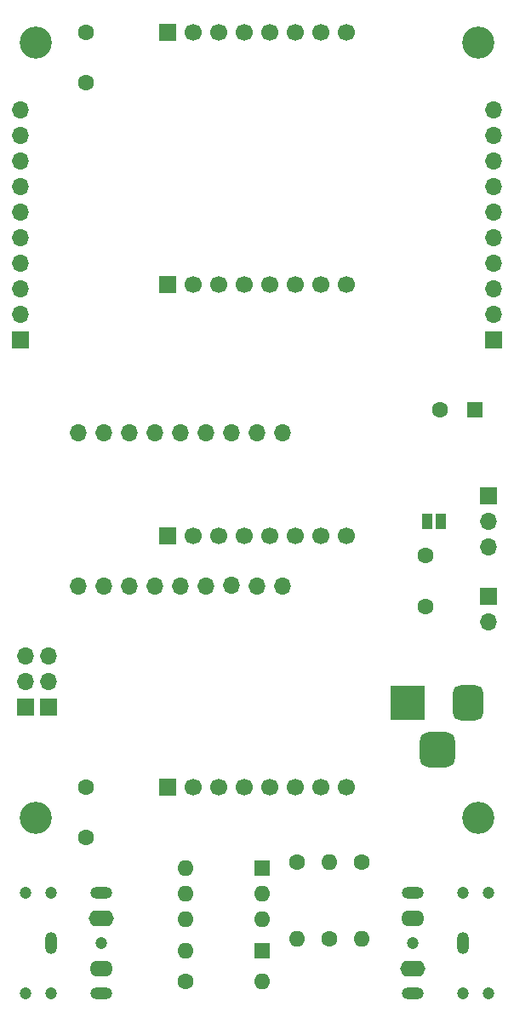
<source format=gbr>
%TF.GenerationSoftware,KiCad,Pcbnew,8.0.7*%
%TF.CreationDate,2025-07-29T21:18:19+01:00*%
%TF.ProjectId,ListeningPostDisplay,4c697374-656e-4696-9e67-506f73744469,rev?*%
%TF.SameCoordinates,Original*%
%TF.FileFunction,Soldermask,Bot*%
%TF.FilePolarity,Negative*%
%FSLAX46Y46*%
G04 Gerber Fmt 4.6, Leading zero omitted, Abs format (unit mm)*
G04 Created by KiCad (PCBNEW 8.0.7) date 2025-07-29 21:18:19*
%MOMM*%
%LPD*%
G01*
G04 APERTURE LIST*
G04 Aperture macros list*
%AMRoundRect*
0 Rectangle with rounded corners*
0 $1 Rounding radius*
0 $2 $3 $4 $5 $6 $7 $8 $9 X,Y pos of 4 corners*
0 Add a 4 corners polygon primitive as box body*
4,1,4,$2,$3,$4,$5,$6,$7,$8,$9,$2,$3,0*
0 Add four circle primitives for the rounded corners*
1,1,$1+$1,$2,$3*
1,1,$1+$1,$4,$5*
1,1,$1+$1,$6,$7*
1,1,$1+$1,$8,$9*
0 Add four rect primitives between the rounded corners*
20,1,$1+$1,$2,$3,$4,$5,0*
20,1,$1+$1,$4,$5,$6,$7,0*
20,1,$1+$1,$6,$7,$8,$9,0*
20,1,$1+$1,$8,$9,$2,$3,0*%
G04 Aperture macros list end*
%ADD10R,1.000000X1.500000*%
%ADD11R,1.700000X1.700000*%
%ADD12O,1.700000X1.700000*%
%ADD13R,3.500000X3.500000*%
%ADD14RoundRect,0.750000X0.750000X1.000000X-0.750000X1.000000X-0.750000X-1.000000X0.750000X-1.000000X0*%
%ADD15RoundRect,0.875000X0.875000X0.875000X-0.875000X0.875000X-0.875000X-0.875000X0.875000X-0.875000X0*%
%ADD16C,1.600000*%
%ADD17R,1.600000X1.600000*%
%ADD18C,1.700000*%
%ADD19C,3.200000*%
%ADD20O,1.600000X1.600000*%
%ADD21C,1.200000*%
%ADD22O,2.200000X1.200000*%
%ADD23O,2.300000X1.600000*%
%ADD24O,1.200000X2.200000*%
%ADD25O,2.500000X1.600000*%
G04 APERTURE END LIST*
D10*
%TO.C,J7*%
X91950000Y-100550000D03*
X93250000Y-100550000D03*
%TD*%
D11*
%TO.C,J5*%
X98000000Y-98000000D03*
D12*
X98000000Y-100540000D03*
X98000000Y-103080000D03*
%TD*%
D11*
%TO.C,J4*%
X98000000Y-108000000D03*
D12*
X98000000Y-110540000D03*
%TD*%
D13*
%TO.C,J3*%
X89975000Y-118575000D03*
D14*
X95975000Y-118575000D03*
D15*
X92975000Y-123275000D03*
%TD*%
D16*
%TO.C,C4*%
X91800000Y-104000000D03*
X91800000Y-109000000D03*
%TD*%
D17*
%TO.C,C3*%
X96700000Y-89500000D03*
D16*
X93200000Y-89500000D03*
%TD*%
D11*
%TO.C,U2*%
X66110000Y-77000000D03*
D18*
X68650000Y-77000000D03*
X71190000Y-77000000D03*
X73730000Y-77000000D03*
X76270000Y-77000000D03*
X78810000Y-77000000D03*
X81350000Y-77000000D03*
X83890000Y-77000000D03*
%TD*%
D11*
%TO.C,U4*%
X66110000Y-127000000D03*
D18*
X68650000Y-127000000D03*
X71190000Y-127000000D03*
X73730000Y-127000000D03*
X76270000Y-127000000D03*
X78810000Y-127000000D03*
X81350000Y-127000000D03*
X83890000Y-127000000D03*
%TD*%
D11*
%TO.C,U3*%
X66110000Y-102000000D03*
D18*
X68650000Y-102000000D03*
X71190000Y-102000000D03*
X73730000Y-102000000D03*
X76270000Y-102000000D03*
X78810000Y-102000000D03*
X81350000Y-102000000D03*
X83890000Y-102000000D03*
%TD*%
D11*
%TO.C,U1*%
X66110000Y-52000000D03*
D18*
X68650000Y-52000000D03*
X71190000Y-52000000D03*
X73730000Y-52000000D03*
X76270000Y-52000000D03*
X78810000Y-52000000D03*
X81350000Y-52000000D03*
X83890000Y-52000000D03*
%TD*%
D19*
%TO.C,H2*%
X97000000Y-53000000D03*
%TD*%
%TO.C,H4*%
X97000000Y-130000000D03*
%TD*%
%TO.C,H3*%
X53000000Y-130000000D03*
%TD*%
%TO.C,H1*%
X53000000Y-53000000D03*
%TD*%
D11*
%TO.C,J6*%
X52000000Y-119000000D03*
D12*
X52000000Y-116460000D03*
X52000000Y-113920000D03*
%TD*%
D16*
%TO.C,C8*%
X58000000Y-132000000D03*
X58000000Y-127000000D03*
%TD*%
%TO.C,R4*%
X79000000Y-134400000D03*
D20*
X79000000Y-142020000D03*
%TD*%
D11*
%TO.C,J10*%
X54250000Y-119000000D03*
D12*
X54250000Y-116460000D03*
X54250000Y-113920000D03*
%TD*%
D17*
%TO.C,D1*%
X75510000Y-143250000D03*
D20*
X67890000Y-143250000D03*
%TD*%
D16*
%TO.C,R3*%
X82200000Y-142020000D03*
D20*
X82200000Y-134400000D03*
%TD*%
D12*
%TO.C,U5*%
X57185000Y-91725000D03*
X59725000Y-91725000D03*
X62265000Y-91725000D03*
X64805000Y-91725000D03*
X67345000Y-91725000D03*
X69885000Y-91725000D03*
X72425000Y-91725000D03*
X74965000Y-91725000D03*
X77505000Y-91725000D03*
X77505000Y-106965000D03*
X74965000Y-106965000D03*
X72425000Y-106945000D03*
X69885000Y-106965000D03*
X67345000Y-106965000D03*
X64805000Y-106965000D03*
X62265000Y-106965000D03*
X59725000Y-106965000D03*
X57185000Y-106965000D03*
%TD*%
D11*
%TO.C,J1*%
X51500000Y-82540000D03*
D12*
X51500000Y-80000000D03*
X51500000Y-77460000D03*
X51500000Y-74920000D03*
X51500000Y-72380000D03*
X51500000Y-69840000D03*
X51500000Y-67300000D03*
X51500000Y-64760000D03*
X51500000Y-62220000D03*
X51500000Y-59680000D03*
%TD*%
D16*
%TO.C,C5*%
X58000000Y-57000000D03*
X58000000Y-52000000D03*
%TD*%
D11*
%TO.C,J2*%
X98500000Y-82540000D03*
D12*
X98500000Y-80000000D03*
X98500000Y-77460000D03*
X98500000Y-74920000D03*
X98500000Y-72380000D03*
X98500000Y-69840000D03*
X98500000Y-67300000D03*
X98500000Y-64760000D03*
X98500000Y-62220000D03*
X98500000Y-59680000D03*
%TD*%
D16*
%TO.C,R2*%
X85400000Y-134400000D03*
D20*
X85400000Y-142020000D03*
%TD*%
D16*
%TO.C,R1*%
X67915000Y-146300000D03*
D20*
X75535000Y-146300000D03*
%TD*%
D21*
%TO.C,J9*%
X98000000Y-137500000D03*
X95500000Y-137500000D03*
X90500000Y-142500000D03*
X98000000Y-147500000D03*
X95500000Y-147500000D03*
D22*
X90500000Y-137500000D03*
D23*
X90500000Y-140000000D03*
D24*
X95500000Y-142500000D03*
D22*
X90500000Y-147500000D03*
D25*
X90500000Y-145000000D03*
%TD*%
D21*
%TO.C,J8*%
X52000000Y-147500000D03*
X54500000Y-147500000D03*
X59500000Y-142500000D03*
X52000000Y-137500000D03*
X54500000Y-137500000D03*
D22*
X59500000Y-147500000D03*
D23*
X59500000Y-145000000D03*
D24*
X54500000Y-142500000D03*
D22*
X59500000Y-137500000D03*
D25*
X59500000Y-140000000D03*
%TD*%
D17*
%TO.C,U6*%
X75500000Y-135000000D03*
D20*
X75500000Y-137540000D03*
X75500000Y-140080000D03*
X67880000Y-140080000D03*
X67880000Y-137540000D03*
X67880000Y-135000000D03*
%TD*%
M02*

</source>
